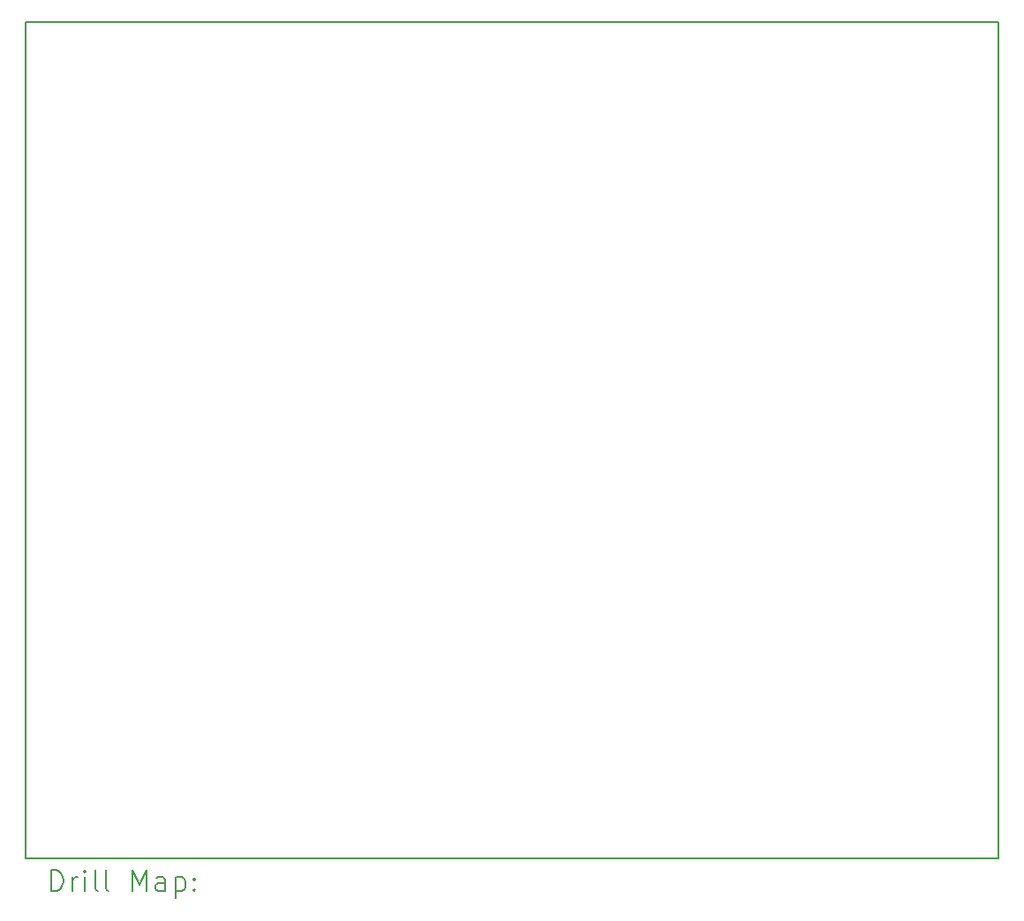
<source format=gbr>
%TF.GenerationSoftware,KiCad,Pcbnew,(6.0.7)*%
%TF.CreationDate,2022-12-20T23:03:32+00:00*%
%TF.ProjectId,CPC464-2MINIDDI,43504334-3634-42d3-924d-494e49444449,rev?*%
%TF.SameCoordinates,Original*%
%TF.FileFunction,Drillmap*%
%TF.FilePolarity,Positive*%
%FSLAX45Y45*%
G04 Gerber Fmt 4.5, Leading zero omitted, Abs format (unit mm)*
G04 Created by KiCad (PCBNEW (6.0.7)) date 2022-12-20 23:03:32*
%MOMM*%
%LPD*%
G01*
G04 APERTURE LIST*
%ADD10C,0.150000*%
%ADD11C,0.200000*%
G04 APERTURE END LIST*
D10*
X3349760Y-2150880D02*
X12686800Y-2150880D01*
X12686800Y-2150880D02*
X12686800Y-10172200D01*
X12686800Y-10172200D02*
X3349760Y-10172200D01*
X3349760Y-10172200D02*
X3349760Y-2150880D01*
D11*
X3599879Y-10490176D02*
X3599879Y-10290176D01*
X3647498Y-10290176D01*
X3676069Y-10299700D01*
X3695117Y-10318748D01*
X3704641Y-10337795D01*
X3714165Y-10375890D01*
X3714165Y-10404462D01*
X3704641Y-10442557D01*
X3695117Y-10461605D01*
X3676069Y-10480652D01*
X3647498Y-10490176D01*
X3599879Y-10490176D01*
X3799879Y-10490176D02*
X3799879Y-10356843D01*
X3799879Y-10394938D02*
X3809403Y-10375890D01*
X3818927Y-10366367D01*
X3837974Y-10356843D01*
X3857022Y-10356843D01*
X3923688Y-10490176D02*
X3923688Y-10356843D01*
X3923688Y-10290176D02*
X3914165Y-10299700D01*
X3923688Y-10309224D01*
X3933212Y-10299700D01*
X3923688Y-10290176D01*
X3923688Y-10309224D01*
X4047498Y-10490176D02*
X4028450Y-10480652D01*
X4018927Y-10461605D01*
X4018927Y-10290176D01*
X4152260Y-10490176D02*
X4133212Y-10480652D01*
X4123688Y-10461605D01*
X4123688Y-10290176D01*
X4380831Y-10490176D02*
X4380831Y-10290176D01*
X4447498Y-10433033D01*
X4514165Y-10290176D01*
X4514165Y-10490176D01*
X4695117Y-10490176D02*
X4695117Y-10385414D01*
X4685593Y-10366367D01*
X4666546Y-10356843D01*
X4628450Y-10356843D01*
X4609403Y-10366367D01*
X4695117Y-10480652D02*
X4676070Y-10490176D01*
X4628450Y-10490176D01*
X4609403Y-10480652D01*
X4599879Y-10461605D01*
X4599879Y-10442557D01*
X4609403Y-10423510D01*
X4628450Y-10413986D01*
X4676070Y-10413986D01*
X4695117Y-10404462D01*
X4790355Y-10356843D02*
X4790355Y-10556843D01*
X4790355Y-10366367D02*
X4809403Y-10356843D01*
X4847498Y-10356843D01*
X4866546Y-10366367D01*
X4876070Y-10375890D01*
X4885593Y-10394938D01*
X4885593Y-10452081D01*
X4876070Y-10471129D01*
X4866546Y-10480652D01*
X4847498Y-10490176D01*
X4809403Y-10490176D01*
X4790355Y-10480652D01*
X4971308Y-10471129D02*
X4980831Y-10480652D01*
X4971308Y-10490176D01*
X4961784Y-10480652D01*
X4971308Y-10471129D01*
X4971308Y-10490176D01*
X4971308Y-10366367D02*
X4980831Y-10375890D01*
X4971308Y-10385414D01*
X4961784Y-10375890D01*
X4971308Y-10366367D01*
X4971308Y-10385414D01*
M02*

</source>
